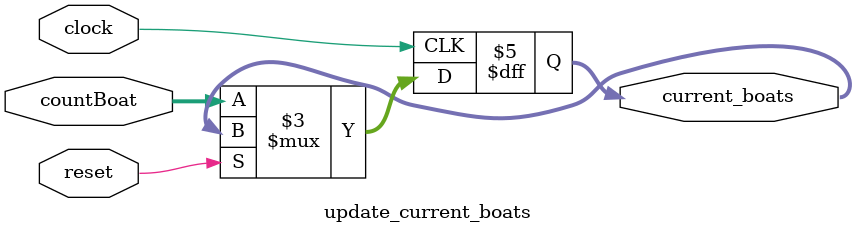
<source format=sv>
module update_current_boats(
	input clock,
	input reset, 
	input logic [2:0]countBoat,
	output logic [2:0] current_boats
);

	always @(posedge clock) begin
    if (!reset) begin
        current_boats <= countBoat;
    end
end

endmodule 
</source>
